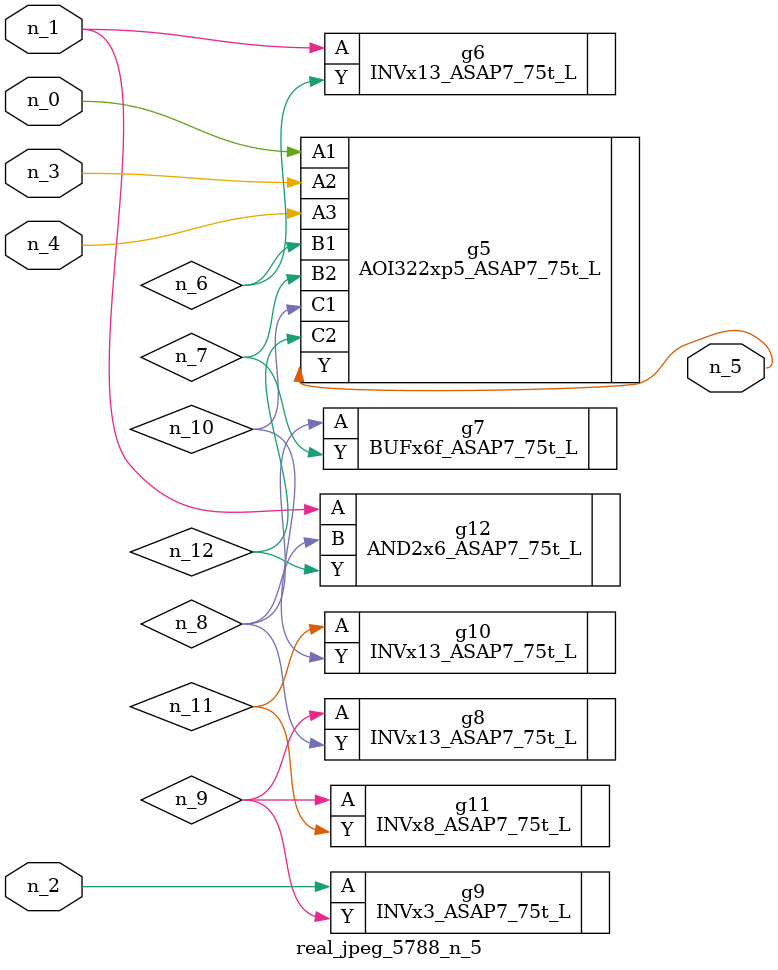
<source format=v>
module real_jpeg_5788_n_5 (n_4, n_0, n_1, n_2, n_3, n_5);

input n_4;
input n_0;
input n_1;
input n_2;
input n_3;

output n_5;

wire n_12;
wire n_8;
wire n_11;
wire n_6;
wire n_7;
wire n_10;
wire n_9;

AOI322xp5_ASAP7_75t_L g5 ( 
.A1(n_0),
.A2(n_3),
.A3(n_4),
.B1(n_6),
.B2(n_7),
.C1(n_10),
.C2(n_12),
.Y(n_5)
);

INVx13_ASAP7_75t_L g6 ( 
.A(n_1),
.Y(n_6)
);

AND2x6_ASAP7_75t_L g12 ( 
.A(n_1),
.B(n_8),
.Y(n_12)
);

INVx3_ASAP7_75t_L g9 ( 
.A(n_2),
.Y(n_9)
);

BUFx6f_ASAP7_75t_L g7 ( 
.A(n_8),
.Y(n_7)
);

INVx13_ASAP7_75t_L g8 ( 
.A(n_9),
.Y(n_8)
);

INVx8_ASAP7_75t_L g11 ( 
.A(n_9),
.Y(n_11)
);

INVx13_ASAP7_75t_L g10 ( 
.A(n_11),
.Y(n_10)
);


endmodule
</source>
